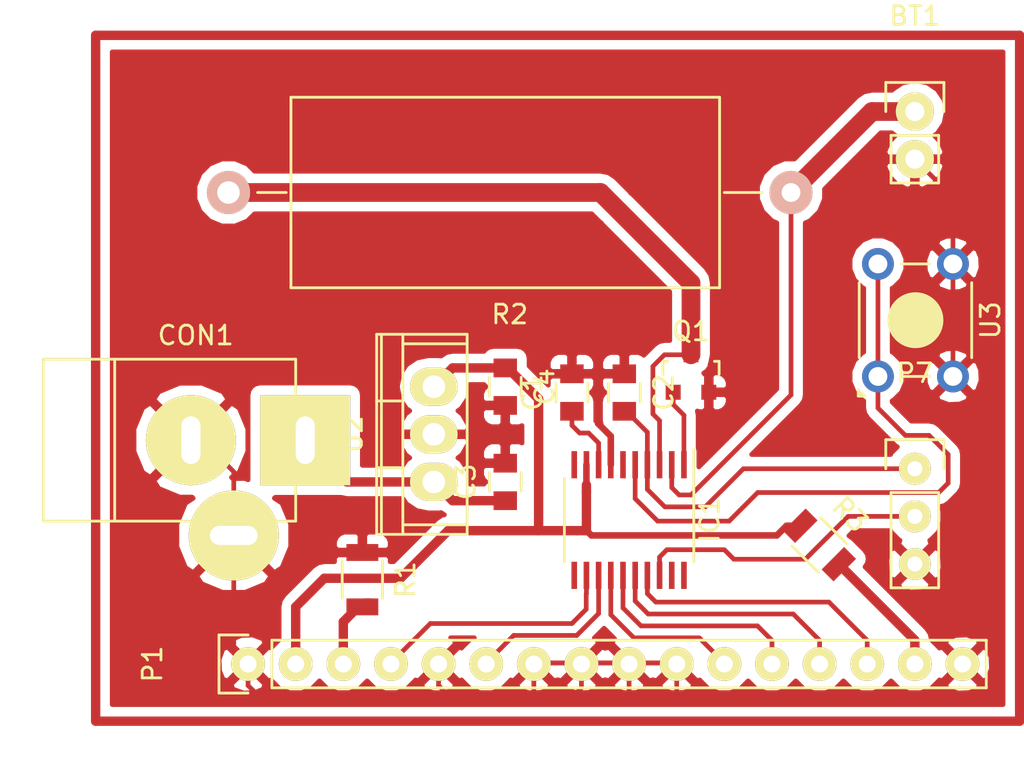
<source format=kicad_pcb>
(kicad_pcb (version 20160815) (host pcbnew no-vcs-found-undefined)

  (general
    (links 45)
    (no_connects 0)
    (area 57.69081 132.0685 127.380001 179.275001)
    (thickness 1.6)
    (drawings 4)
    (tracks 162)
    (zones 0)
    (modules 15)
    (nets 24)
  )

  (page A4)
  (layers
    (0 F.Cu signal)
    (31 B.Cu signal)
    (32 B.Adhes user)
    (33 F.Adhes user)
    (34 B.Paste user)
    (35 F.Paste user)
    (36 B.SilkS user)
    (37 F.SilkS user)
    (38 B.Mask user)
    (39 F.Mask user)
    (40 Dwgs.User user)
    (41 Cmts.User user)
    (42 Eco1.User user)
    (43 Eco2.User user)
    (44 Edge.Cuts user)
    (45 Margin user)
    (46 B.CrtYd user)
    (47 F.CrtYd user)
    (48 B.Fab user)
    (49 F.Fab user)
  )

  (setup
    (last_trace_width 0.25)
    (user_trace_width 0.35)
    (user_trace_width 0.5)
    (user_trace_width 1)
    (trace_clearance 0.25)
    (zone_clearance 0.508)
    (zone_45_only no)
    (trace_min 0.2)
    (segment_width 0.2)
    (edge_width 0.15)
    (via_size 0.8)
    (via_drill 0.4)
    (via_min_size 0.4)
    (via_min_drill 0.3)
    (uvia_size 0.3)
    (uvia_drill 0.1)
    (uvias_allowed no)
    (uvia_min_size 0.2)
    (uvia_min_drill 0.1)
    (pcb_text_width 0.3)
    (pcb_text_size 1.5 1.5)
    (mod_edge_width 0.15)
    (mod_text_size 1 1)
    (mod_text_width 0.15)
    (pad_size 1.8 1.8)
    (pad_drill 0.9)
    (pad_to_mask_clearance 0.2)
    (aux_axis_origin 0 0)
    (visible_elements FFFFFF7F)
    (pcbplotparams
      (layerselection 0x00000_7fffffff)
      (usegerberextensions false)
      (excludeedgelayer true)
      (linewidth 0.100000)
      (plotframeref false)
      (viasonmask false)
      (mode 1)
      (useauxorigin false)
      (hpglpennumber 1)
      (hpglpenspeed 20)
      (hpglpendiameter 15)
      (psnegative true)
      (psa4output false)
      (plotreference true)
      (plotvalue true)
      (plotinvisibletext false)
      (padsonsilk false)
      (subtractmaskfromsilk false)
      (outputformat 4)
      (mirror false)
      (drillshape 1)
      (scaleselection 1)
      (outputdirectory ""))
  )

  (net 0 "")
  (net 1 GND)
  (net 2 ADC1)
  (net 3 "Net-(C1-Pad1)")
  (net 4 NRST)
  (net 5 VCC)
  (net 6 +5V)
  (net 7 D7)
  (net 8 D6)
  (net 9 D5)
  (net 10 D4)
  (net 11 EN)
  (net 12 RS)
  (net 13 ADC2)
  (net 14 SWIM)
  (net 15 "Net-(IC1-Pad10)")
  (net 16 "Net-(IC1-Pad6)")
  (net 17 "Net-(IC1-Pad5)")
  (net 18 NMOS)
  (net 19 "Net-(IC1-Pad11)")
  (net 20 "Net-(IC1-Pad19)")
  (net 21 "Net-(IC1-Pad20)")
  (net 22 "Net-(P1-Pad3)")
  (net 23 "Net-(P1-Pad15)")

  (net_class Default "This is the default net class."
    (clearance 0.25)
    (trace_width 0.25)
    (via_dia 0.8)
    (via_drill 0.4)
    (uvia_dia 0.3)
    (uvia_drill 0.1)
    (diff_pair_gap 0.25)
    (diff_pair_width 0.2)
    (add_net +5V)
    (add_net ADC1)
    (add_net ADC2)
    (add_net D4)
    (add_net D5)
    (add_net D6)
    (add_net D7)
    (add_net EN)
    (add_net GND)
    (add_net NMOS)
    (add_net NRST)
    (add_net "Net-(C1-Pad1)")
    (add_net "Net-(IC1-Pad10)")
    (add_net "Net-(IC1-Pad11)")
    (add_net "Net-(IC1-Pad19)")
    (add_net "Net-(IC1-Pad20)")
    (add_net "Net-(IC1-Pad5)")
    (add_net "Net-(IC1-Pad6)")
    (add_net "Net-(P1-Pad15)")
    (add_net "Net-(P1-Pad3)")
    (add_net RS)
    (add_net SWIM)
    (add_net VCC)
  )

  (module Pin_Headers:Pin_Header_Straight_1x02 (layer F.Cu) (tedit 58086002) (tstamp 580766A2)
    (at 106.68 138.176)
    (descr "Through hole pin header")
    (tags "pin header")
    (path /58075F51)
    (fp_text reference BT1 (at 0 -5.1) (layer F.SilkS)
      (effects (font (size 1 1) (thickness 0.15)))
    )
    (fp_text value Battery (at 0 -3.1) (layer F.Fab)
      (effects (font (size 1 1) (thickness 0.15)))
    )
    (fp_line (start -1.27 3.81) (end 1.27 3.81) (layer F.SilkS) (width 0.15))
    (fp_line (start -1.27 1.27) (end -1.27 3.81) (layer F.SilkS) (width 0.15))
    (fp_line (start -1.55 -1.55) (end 1.55 -1.55) (layer F.SilkS) (width 0.15))
    (fp_line (start -1.55 0) (end -1.55 -1.55) (layer F.SilkS) (width 0.15))
    (fp_line (start 1.27 1.27) (end -1.27 1.27) (layer F.SilkS) (width 0.15))
    (fp_line (start -1.75 4.3) (end 1.75 4.3) (layer F.CrtYd) (width 0.05))
    (fp_line (start -1.75 -1.75) (end 1.75 -1.75) (layer F.CrtYd) (width 0.05))
    (fp_line (start 1.75 -1.75) (end 1.75 4.3) (layer F.CrtYd) (width 0.05))
    (fp_line (start -1.75 -1.75) (end -1.75 4.3) (layer F.CrtYd) (width 0.05))
    (fp_line (start 1.55 -1.55) (end 1.55 0) (layer F.SilkS) (width 0.15))
    (fp_line (start 1.27 1.27) (end 1.27 3.81) (layer F.SilkS) (width 0.15))
    (pad 1 thru_hole oval (at 0 0) (size 2.032 2.032) (drill 1.016) (layers *.Cu *.Mask F.SilkS)
      (net 2 ADC1))
    (pad 2 thru_hole oval (at 0 2.54) (size 2.032 2.032) (drill 1.016) (layers *.Cu *.Mask F.SilkS)
      (net 1 GND))
    (model Pin_Headers.3dshapes/Pin_Header_Straight_1x02.wrl
      (at (xyz 0 -0.05 0))
      (scale (xyz 1 1 1))
      (rotate (xyz 0 0 90))
    )
  )

  (module Capacitors_SMD:C_0805 (layer F.Cu) (tedit 58086002) (tstamp 580766A8)
    (at 88.392 153.162 90)
    (descr "Capacitor SMD 0805, reflow soldering, AVX (see smccp.pdf)")
    (tags "capacitor 0805")
    (path /58074F5A)
    (attr smd)
    (fp_text reference C1 (at 0 -2.1 90) (layer F.SilkS)
      (effects (font (size 1 1) (thickness 0.15)))
    )
    (fp_text value C (at 0 2.1 90) (layer F.Fab)
      (effects (font (size 1 1) (thickness 0.15)))
    )
    (fp_line (start -1.8 -1) (end 1.8 -1) (layer F.CrtYd) (width 0.05))
    (fp_line (start -1.8 1) (end 1.8 1) (layer F.CrtYd) (width 0.05))
    (fp_line (start -1.8 -1) (end -1.8 1) (layer F.CrtYd) (width 0.05))
    (fp_line (start 1.8 -1) (end 1.8 1) (layer F.CrtYd) (width 0.05))
    (fp_line (start 0.5 -0.85) (end -0.5 -0.85) (layer F.SilkS) (width 0.15))
    (fp_line (start -0.5 0.85) (end 0.5 0.85) (layer F.SilkS) (width 0.15))
    (pad 2 smd rect (at 1 0 90) (size 1 1.25) (layers F.Cu F.Paste F.Mask)
      (net 1 GND))
    (pad 1 smd rect (at -1 0 90) (size 1 1.25) (layers F.Cu F.Paste F.Mask)
      (net 3 "Net-(C1-Pad1)"))
    (model Capacitors_SMD.3dshapes/C_0805.wrl
      (at (xyz 0 0 0))
      (scale (xyz 1 1 1))
      (rotate (xyz 0 0 0))
    )
  )

  (module Capacitors_SMD:C_0805 (layer F.Cu) (tedit 58086002) (tstamp 580766AE)
    (at 91.186 153.162 270)
    (descr "Capacitor SMD 0805, reflow soldering, AVX (see smccp.pdf)")
    (tags "capacitor 0805")
    (path /58075032)
    (attr smd)
    (fp_text reference C2 (at 0 -2.1 270) (layer F.SilkS)
      (effects (font (size 1 1) (thickness 0.15)))
    )
    (fp_text value C (at 0 2.1 270) (layer F.Fab)
      (effects (font (size 1 1) (thickness 0.15)))
    )
    (fp_line (start -0.5 0.85) (end 0.5 0.85) (layer F.SilkS) (width 0.15))
    (fp_line (start 0.5 -0.85) (end -0.5 -0.85) (layer F.SilkS) (width 0.15))
    (fp_line (start 1.8 -1) (end 1.8 1) (layer F.CrtYd) (width 0.05))
    (fp_line (start -1.8 -1) (end -1.8 1) (layer F.CrtYd) (width 0.05))
    (fp_line (start -1.8 1) (end 1.8 1) (layer F.CrtYd) (width 0.05))
    (fp_line (start -1.8 -1) (end 1.8 -1) (layer F.CrtYd) (width 0.05))
    (pad 1 smd rect (at -1 0 270) (size 1 1.25) (layers F.Cu F.Paste F.Mask)
      (net 1 GND))
    (pad 2 smd rect (at 1 0 270) (size 1 1.25) (layers F.Cu F.Paste F.Mask)
      (net 4 NRST))
    (model Capacitors_SMD.3dshapes/C_0805.wrl
      (at (xyz 0 0 0))
      (scale (xyz 1 1 1))
      (rotate (xyz 0 0 0))
    )
  )

  (module Capacitors_SMD:C_0805 (layer F.Cu) (tedit 58086002) (tstamp 580766B4)
    (at 84.836 157.929492 90)
    (descr "Capacitor SMD 0805, reflow soldering, AVX (see smccp.pdf)")
    (tags "capacitor 0805")
    (path /58078DFF)
    (attr smd)
    (fp_text reference C3 (at 0 -2.1 90) (layer F.SilkS)
      (effects (font (size 1 1) (thickness 0.15)))
    )
    (fp_text value C (at 0 2.1 90) (layer F.Fab)
      (effects (font (size 1 1) (thickness 0.15)))
    )
    (fp_line (start -0.5 0.85) (end 0.5 0.85) (layer F.SilkS) (width 0.15))
    (fp_line (start 0.5 -0.85) (end -0.5 -0.85) (layer F.SilkS) (width 0.15))
    (fp_line (start 1.8 -1) (end 1.8 1) (layer F.CrtYd) (width 0.05))
    (fp_line (start -1.8 -1) (end -1.8 1) (layer F.CrtYd) (width 0.05))
    (fp_line (start -1.8 1) (end 1.8 1) (layer F.CrtYd) (width 0.05))
    (fp_line (start -1.8 -1) (end 1.8 -1) (layer F.CrtYd) (width 0.05))
    (pad 1 smd rect (at -1 0 90) (size 1 1.25) (layers F.Cu F.Paste F.Mask)
      (net 5 VCC))
    (pad 2 smd rect (at 1 0 90) (size 1 1.25) (layers F.Cu F.Paste F.Mask)
      (net 1 GND))
    (model Capacitors_SMD.3dshapes/C_0805.wrl
      (at (xyz 0 0 0))
      (scale (xyz 1 1 1))
      (rotate (xyz 0 0 0))
    )
  )

  (module Capacitors_SMD:C_0805 (layer F.Cu) (tedit 58086002) (tstamp 580766BA)
    (at 84.836 152.849492 270)
    (descr "Capacitor SMD 0805, reflow soldering, AVX (see smccp.pdf)")
    (tags "capacitor 0805")
    (path /58078E7A)
    (attr smd)
    (fp_text reference C4 (at 0 -2.1 270) (layer F.SilkS)
      (effects (font (size 1 1) (thickness 0.15)))
    )
    (fp_text value C (at 0 2.1 270) (layer F.Fab)
      (effects (font (size 1 1) (thickness 0.15)))
    )
    (fp_line (start -1.8 -1) (end 1.8 -1) (layer F.CrtYd) (width 0.05))
    (fp_line (start -1.8 1) (end 1.8 1) (layer F.CrtYd) (width 0.05))
    (fp_line (start -1.8 -1) (end -1.8 1) (layer F.CrtYd) (width 0.05))
    (fp_line (start 1.8 -1) (end 1.8 1) (layer F.CrtYd) (width 0.05))
    (fp_line (start 0.5 -0.85) (end -0.5 -0.85) (layer F.SilkS) (width 0.15))
    (fp_line (start -0.5 0.85) (end 0.5 0.85) (layer F.SilkS) (width 0.15))
    (pad 2 smd rect (at 1 0 270) (size 1 1.25) (layers F.Cu F.Paste F.Mask)
      (net 1 GND))
    (pad 1 smd rect (at -1 0 270) (size 1 1.25) (layers F.Cu F.Paste F.Mask)
      (net 6 +5V))
    (model Capacitors_SMD.3dshapes/C_0805.wrl
      (at (xyz 0 0 0))
      (scale (xyz 1 1 1))
      (rotate (xyz 0 0 0))
    )
  )

  (module Housings_SSOP:TSSOP-20_4.4x6.5mm_Pitch0.65mm (layer F.Cu) (tedit 5820676B) (tstamp 580766EA)
    (at 91.44 159.961492 270)
    (descr "20-Lead Plastic Thin Shrink Small Outline (ST)-4.4 mm Body [TSSOP] (see Microchip Packaging Specification 00000049BS.pdf)")
    (tags "SSOP 0.65")
    (path /58074F1F)
    (attr smd)
    (fp_text reference IC1 (at 0 -4.3 270) (layer F.SilkS)
      (effects (font (size 1 1) (thickness 0.15)))
    )
    (fp_text value STM8S003F3P (at 0 4.3 270) (layer F.Fab)
      (effects (font (size 1 1) (thickness 0.15)))
    )
    (fp_line (start -3.75 -3.45) (end 2.225 -3.45) (layer F.SilkS) (width 0.15))
    (fp_line (start -2.225 3.45) (end 2.225 3.45) (layer F.SilkS) (width 0.15))
    (fp_line (start -3.95 3.55) (end 3.95 3.55) (layer F.CrtYd) (width 0.05))
    (fp_line (start -3.95 -3.55) (end 3.95 -3.55) (layer F.CrtYd) (width 0.05))
    (fp_line (start 3.95 -3.55) (end 3.95 3.55) (layer F.CrtYd) (width 0.05))
    (fp_line (start -3.95 -3.55) (end -3.95 3.55) (layer F.CrtYd) (width 0.05))
    (fp_line (start -2.2 -3.3) (end 2.2 -3.3) (layer F.Fab) (width 0.15))
    (fp_line (start 2.2 -3.3) (end 2.2 3.3) (layer F.Fab) (width 0.15))
    (fp_line (start 2.2 3.3) (end -2.2 3.3) (layer F.Fab) (width 0.15))
    (fp_line (start -2.2 3.3) (end -2.2 -3.3) (layer F.Fab) (width 0.15))
    (fp_circle (center -1.75 -2.75) (end -2 -2.75) (layer F.Fab) (width 0.15))
    (pad 1 smd rect (at -2.95 -2.925 270) (size 1.45 0.3) (layers F.Cu F.Paste F.Mask)
      (net 18 NMOS))
    (pad 2 smd rect (at -2.95 -2.275 270) (size 1.45 0.3) (layers F.Cu F.Paste F.Mask)
      (net 2 ADC1))
    (pad 3 smd rect (at -2.95 -1.625 270) (size 1.45 0.3) (layers F.Cu F.Paste F.Mask)
      (net 13 ADC2))
    (pad 4 smd rect (at -2.95 -0.975 270) (size 1.45 0.3) (layers F.Cu F.Paste F.Mask)
      (net 4 NRST))
    (pad 5 smd rect (at -2.95 -0.325 270) (size 1.45 0.3) (layers F.Cu F.Paste F.Mask)
      (net 17 "Net-(IC1-Pad5)"))
    (pad 6 smd rect (at -2.95 0.325 270) (size 1.45 0.3) (layers F.Cu F.Paste F.Mask)
      (net 16 "Net-(IC1-Pad6)"))
    (pad 7 smd rect (at -2.95 0.975 270) (size 1.45 0.3) (layers F.Cu F.Paste F.Mask)
      (net 1 GND))
    (pad 8 smd rect (at -2.95 1.625 270) (size 1.45 0.3) (layers F.Cu F.Paste F.Mask)
      (net 3 "Net-(C1-Pad1)"))
    (pad 9 smd rect (at -2.95 2.275 270) (size 1.45 0.3) (layers F.Cu F.Paste F.Mask)
      (net 6 +5V))
    (pad 10 smd rect (at -2.95 2.925 270) (size 1.45 0.3) (layers F.Cu F.Paste F.Mask)
      (net 15 "Net-(IC1-Pad10)"))
    (pad 11 smd rect (at 2.95 2.925 270) (size 1.45 0.3) (layers F.Cu F.Paste F.Mask)
      (net 19 "Net-(IC1-Pad11)"))
    (pad 12 smd rect (at 2.95 2.275 270) (size 1.45 0.3) (layers F.Cu F.Paste F.Mask)
      (net 12 RS))
    (pad 13 smd rect (at 2.95 1.625 270) (size 1.45 0.3) (layers F.Cu F.Paste F.Mask)
      (net 11 EN))
    (pad 14 smd rect (at 2.95 0.975 270) (size 1.45 0.3) (layers F.Cu F.Paste F.Mask)
      (net 10 D4))
    (pad 15 smd rect (at 2.95 0.325 270) (size 1.45 0.3) (layers F.Cu F.Paste F.Mask)
      (net 9 D5))
    (pad 16 smd rect (at 2.95 -0.325 270) (size 1.45 0.3) (layers F.Cu F.Paste F.Mask)
      (net 8 D6))
    (pad 17 smd rect (at 2.95 -0.975 270) (size 1.45 0.3) (layers F.Cu F.Paste F.Mask)
      (net 7 D7))
    (pad 18 smd rect (at 2.95 -1.625 270) (size 1.45 0.3) (layers F.Cu F.Paste F.Mask)
      (net 14 SWIM))
    (pad 19 smd rect (at 2.95 -2.275 270) (size 1.45 0.3) (layers F.Cu F.Paste F.Mask)
      (net 20 "Net-(IC1-Pad19)"))
    (pad 20 smd rect (at 2.95 -2.925 270) (size 1.45 0.3) (layers F.Cu F.Paste F.Mask)
      (net 21 "Net-(IC1-Pad20)"))
    (model Housings_SSOP.3dshapes/TSSOP-20_4.4x6.5mm_Pitch0.65mm.wrl
      (at (xyz 0 0 0))
      (scale (xyz 1 1 1))
      (rotate (xyz 0 0 0))
    )
  )

  (module Pin_Headers:Pin_Header_Straight_1x03 (layer F.Cu) (tedit 58086002) (tstamp 5807670F)
    (at 106.68 157.226)
    (descr "Through hole pin header")
    (tags "pin header")
    (path /58076C8C)
    (fp_text reference P7 (at 0 -5.1) (layer F.SilkS)
      (effects (font (size 1 1) (thickness 0.15)))
    )
    (fp_text value CONN_01X03 (at 0 -3.1) (layer F.Fab)
      (effects (font (size 1 1) (thickness 0.15)))
    )
    (fp_line (start -1.55 -1.55) (end 1.55 -1.55) (layer F.SilkS) (width 0.15))
    (fp_line (start -1.55 0) (end -1.55 -1.55) (layer F.SilkS) (width 0.15))
    (fp_line (start 1.27 1.27) (end -1.27 1.27) (layer F.SilkS) (width 0.15))
    (fp_line (start 1.55 -1.55) (end 1.55 0) (layer F.SilkS) (width 0.15))
    (fp_line (start 1.27 6.35) (end 1.27 1.27) (layer F.SilkS) (width 0.15))
    (fp_line (start -1.27 6.35) (end 1.27 6.35) (layer F.SilkS) (width 0.15))
    (fp_line (start -1.27 1.27) (end -1.27 6.35) (layer F.SilkS) (width 0.15))
    (fp_line (start -1.75 6.85) (end 1.75 6.85) (layer F.CrtYd) (width 0.05))
    (fp_line (start -1.75 -1.75) (end 1.75 -1.75) (layer F.CrtYd) (width 0.05))
    (fp_line (start 1.75 -1.75) (end 1.75 6.85) (layer F.CrtYd) (width 0.05))
    (fp_line (start -1.75 -1.75) (end -1.75 6.85) (layer F.CrtYd) (width 0.05))
    (pad 1 thru_hole circle (at 0 0) (size 1.7 1.7) (drill 0.8) (layers *.Cu *.Mask F.SilkS)
      (net 4 NRST))
    (pad 2 thru_hole circle (at 0 2.54) (size 1.7 1.7) (drill 0.8) (layers *.Cu *.Mask F.SilkS)
      (net 14 SWIM))
    (pad 3 thru_hole circle (at 0 5.08) (size 1.7 1.7) (drill 0.8) (layers *.Cu *.Mask F.SilkS)
      (net 1 GND))
    (model Pin_Headers.3dshapes/Pin_Header_Straight_1x03.wrl
      (at (xyz 0 -0.1 0))
      (scale (xyz 1 1 1))
      (rotate (xyz 0 0 90))
    )
  )

  (module TO_SOT_Packages_SMD:SOT-23 (layer F.Cu) (tedit 58086002) (tstamp 58076716)
    (at 94.742 152.146)
    (descr "SOT-23, Standard")
    (tags SOT-23)
    (path /58075D17)
    (attr smd)
    (fp_text reference Q1 (at 0 -2.25) (layer F.SilkS)
      (effects (font (size 1 1) (thickness 0.15)))
    )
    (fp_text value Q_NMOS_GSD (at 0 2.3) (layer F.Fab)
      (effects (font (size 1 1) (thickness 0.15)))
    )
    (fp_line (start 1.49982 -0.65024) (end 1.49982 0.0508) (layer F.SilkS) (width 0.15))
    (fp_line (start 1.29916 -0.65024) (end 1.49982 -0.65024) (layer F.SilkS) (width 0.15))
    (fp_line (start -1.49982 -0.65024) (end -1.2509 -0.65024) (layer F.SilkS) (width 0.15))
    (fp_line (start -1.49982 0.0508) (end -1.49982 -0.65024) (layer F.SilkS) (width 0.15))
    (fp_line (start 1.29916 -0.65024) (end 1.2509 -0.65024) (layer F.SilkS) (width 0.15))
    (fp_line (start -1.65 1.6) (end -1.65 -1.6) (layer F.CrtYd) (width 0.05))
    (fp_line (start 1.65 1.6) (end -1.65 1.6) (layer F.CrtYd) (width 0.05))
    (fp_line (start 1.65 -1.6) (end 1.65 1.6) (layer F.CrtYd) (width 0.05))
    (fp_line (start -1.65 -1.6) (end 1.65 -1.6) (layer F.CrtYd) (width 0.05))
    (pad 1 smd rect (at -0.95 1.00076) (size 0.8001 0.8001) (layers F.Cu F.Paste F.Mask)
      (net 18 NMOS))
    (pad 2 smd rect (at 0.95 1.00076) (size 0.8001 0.8001) (layers F.Cu F.Paste F.Mask)
      (net 1 GND))
    (pad 3 smd rect (at 0 -0.99822) (size 0.8001 0.8001) (layers F.Cu F.Paste F.Mask)
      (net 13 ADC2))
    (model TO_SOT_Packages_SMD.3dshapes/SOT-23.wrl
      (at (xyz 0 0 0))
      (scale (xyz 1 1 1))
      (rotate (xyz 0 0 0))
    )
  )

  (module Resistors_SMD:R_1206 (layer F.Cu) (tedit 58086002) (tstamp 5807671C)
    (at 77.216 163.142 270)
    (descr "Resistor SMD 1206, reflow soldering, Vishay (see dcrcw.pdf)")
    (tags "resistor 1206")
    (path /580750AD)
    (attr smd)
    (fp_text reference R1 (at 0 -2.3 270) (layer F.SilkS)
      (effects (font (size 1 1) (thickness 0.15)))
    )
    (fp_text value R (at 0 2.3 270) (layer F.Fab)
      (effects (font (size 1 1) (thickness 0.15)))
    )
    (fp_line (start -1 -1.075) (end 1 -1.075) (layer F.SilkS) (width 0.15))
    (fp_line (start 1 1.075) (end -1 1.075) (layer F.SilkS) (width 0.15))
    (fp_line (start 2.2 -1.2) (end 2.2 1.2) (layer F.CrtYd) (width 0.05))
    (fp_line (start -2.2 -1.2) (end -2.2 1.2) (layer F.CrtYd) (width 0.05))
    (fp_line (start -2.2 1.2) (end 2.2 1.2) (layer F.CrtYd) (width 0.05))
    (fp_line (start -2.2 -1.2) (end 2.2 -1.2) (layer F.CrtYd) (width 0.05))
    (pad 1 smd rect (at -1.45 0 270) (size 0.9 1.7) (layers F.Cu F.Paste F.Mask)
      (net 1 GND))
    (pad 2 smd rect (at 1.45 0 270) (size 0.9 1.7) (layers F.Cu F.Paste F.Mask)
      (net 22 "Net-(P1-Pad3)"))
    (model Resistors_SMD.3dshapes/R_1206.wrl
      (at (xyz 0 0 0))
      (scale (xyz 1 1 1))
      (rotate (xyz 0 0 0))
    )
  )

  (module Resistors_ThroughHole:Resistor_Horizontal_RM30mm (layer F.Cu) (tedit 58086002) (tstamp 58076722)
    (at 100.076 142.494 180)
    (descr "Resistor, Axial, RM 30mm,")
    (tags "Resistor Axial RM 30mm")
    (path /58075ED1)
    (fp_text reference R2 (at 15 -6.49986 180) (layer F.SilkS)
      (effects (font (size 1 1) (thickness 0.15)))
    )
    (fp_text value R (at 15 8.49884 180) (layer F.Fab)
      (effects (font (size 1 1) (thickness 0.15)))
    )
    (fp_line (start 3.80876 5.08) (end 3.80876 -5.08) (layer F.SilkS) (width 0.15))
    (fp_line (start 26.66876 5.08) (end 3.80876 5.08) (layer F.SilkS) (width 0.15))
    (fp_line (start 26.66876 -5.08) (end 26.66876 5.08) (layer F.SilkS) (width 0.15))
    (fp_line (start 3.80876 -5.08) (end 26.66876 -5.08) (layer F.SilkS) (width 0.15))
    (fp_line (start 26.92276 0) (end 28.44676 0) (layer F.SilkS) (width 0.15))
    (fp_line (start 3.55476 0) (end 1.52276 0) (layer F.SilkS) (width 0.15))
    (fp_line (start 31.4 5.35) (end -1.4 5.35) (layer F.CrtYd) (width 0.05))
    (fp_line (start 31.4 -5.35) (end 31.4 5.35) (layer F.CrtYd) (width 0.05))
    (fp_line (start -1.4 -5.35) (end 31.4 -5.35) (layer F.CrtYd) (width 0.05))
    (fp_line (start -1.4 5.35) (end -1.4 -5.35) (layer F.CrtYd) (width 0.05))
    (pad 1 thru_hole circle (at 0 0 180) (size 2.30124 2.30124) (drill 1.00076) (layers *.Cu *.SilkS *.Mask)
      (net 2 ADC1))
    (pad 2 thru_hole circle (at 30 0 180) (size 2.30124 2.30124) (drill 1.19888) (layers *.Cu *.SilkS *.Mask)
      (net 13 ADC2))
  )

  (module Resistors_SMD:R_1206 (layer F.Cu) (tedit 58086002) (tstamp 58076728)
    (at 101.6 161.29 315)
    (descr "Resistor SMD 1206, reflow soldering, Vishay (see dcrcw.pdf)")
    (tags "resistor 1206")
    (path /58075155)
    (attr smd)
    (fp_text reference R3 (at 0 -2.3 315) (layer F.SilkS)
      (effects (font (size 1 1) (thickness 0.15)))
    )
    (fp_text value R (at 0 2.3 315) (layer F.Fab)
      (effects (font (size 1 1) (thickness 0.15)))
    )
    (fp_line (start -2.2 -1.2) (end 2.2 -1.2) (layer F.CrtYd) (width 0.05))
    (fp_line (start -2.2 1.2) (end 2.2 1.2) (layer F.CrtYd) (width 0.05))
    (fp_line (start -2.2 -1.2) (end -2.2 1.2) (layer F.CrtYd) (width 0.05))
    (fp_line (start 2.2 -1.2) (end 2.2 1.2) (layer F.CrtYd) (width 0.05))
    (fp_line (start 1 1.075) (end -1 1.075) (layer F.SilkS) (width 0.15))
    (fp_line (start -1 -1.075) (end 1 -1.075) (layer F.SilkS) (width 0.15))
    (pad 2 smd rect (at 1.45 0 315) (size 0.9 1.7) (layers F.Cu F.Paste F.Mask)
      (net 23 "Net-(P1-Pad15)"))
    (pad 1 smd rect (at -1.45 0 315) (size 0.9 1.7) (layers F.Cu F.Paste F.Mask)
      (net 6 +5V))
    (model Resistors_SMD.3dshapes/R_1206.wrl
      (at (xyz 0 0 0))
      (scale (xyz 1 1 1))
      (rotate (xyz 0 0 0))
    )
  )

  (module Power_Integrations:TO-220 (layer F.Cu) (tedit 58086002) (tstamp 58076737)
    (at 81.026 155.389492 90)
    (descr "Non Isolated JEDEC TO-220 Package")
    (tags "Power Integration YN Package")
    (path /58078D01)
    (fp_text reference U2 (at 0 -4.318 90) (layer F.SilkS)
      (effects (font (size 1 1) (thickness 0.15)))
    )
    (fp_text value LM7805CT (at 0 -4.318 90) (layer F.Fab)
      (effects (font (size 1 1) (thickness 0.15)))
    )
    (fp_line (start 5.334 -3.048) (end -5.334 -3.048) (layer F.SilkS) (width 0.15))
    (fp_line (start 5.334 -3.048) (end 5.334 1.778) (layer F.SilkS) (width 0.15))
    (fp_line (start -5.334 -3.048) (end -5.334 1.778) (layer F.SilkS) (width 0.15))
    (fp_line (start 5.334 1.778) (end -5.334 1.778) (layer F.SilkS) (width 0.15))
    (fp_line (start -5.334 -1.651) (end 5.334 -1.651) (layer F.SilkS) (width 0.15))
    (fp_line (start -1.778 -1.778) (end -1.778 -3.048) (layer F.SilkS) (width 0.15))
    (fp_line (start 1.778 -1.778) (end 1.778 -3.048) (layer F.SilkS) (width 0.15))
    (fp_line (start 5.334 -2.794) (end -5.334 -2.794) (layer F.SilkS) (width 0.15))
    (fp_line (start -4.826 -1.651) (end -4.826 1.778) (layer F.SilkS) (width 0.15))
    (fp_line (start 4.826 -1.651) (end 4.826 1.778) (layer F.SilkS) (width 0.15))
    (pad 2 thru_hole oval (at 0 0 90) (size 2.032 2.54) (drill 1.2) (layers *.Cu *.Mask F.SilkS)
      (net 1 GND))
    (pad 3 thru_hole oval (at 2.54 0 90) (size 2.032 2.54) (drill 1.2) (layers *.Cu *.Mask F.SilkS)
      (net 6 +5V))
    (pad 1 thru_hole oval (at -2.54 0 90) (size 2.032 2.54) (drill 1.2) (layers *.Cu *.Mask F.SilkS)
      (net 5 VCC))
  )

  (module Buttons_Switches_ThroughHole:SW_TH_Tactile_Omron_B3F-10xx (layer F.Cu) (tedit 58086002) (tstamp 5807673F)
    (at 104.712 152.304 90)
    (descr SW_TH_Tactile_Omron_B3F-10xx)
    (tags "Omron B3F-10xx")
    (path /580756E9)
    (fp_text reference U3 (at 3 6 90) (layer F.SilkS)
      (effects (font (size 1 1) (thickness 0.15)))
    )
    (fp_text value Push_Button_4pin (at 2.95 -2.05 90) (layer F.Fab)
      (effects (font (size 1 1) (thickness 0.15)))
    )
    (fp_circle (center 3 2) (end 4 3) (layer F.SilkS) (width 0))
    (fp_line (start 6 2) (end 6 2) (layer F.SilkS) (width 0))
    (fp_line (start 5 -1) (end 1 -1) (layer F.SilkS) (width 0))
    (fp_line (start 5 5) (end 1 5) (layer F.SilkS) (width 0))
    (fp_line (start 0 2) (end 0 2) (layer F.SilkS) (width 0))
    (fp_line (start 6 1.25) (end 6 2.75) (layer F.SilkS) (width 0.15))
    (fp_line (start 0 2.75) (end 0 1.25) (layer F.SilkS) (width 0.15))
    (fp_line (start 1 -1) (end 5 -1) (layer F.SilkS) (width 0.15))
    (fp_line (start 1 5) (end 5 5) (layer F.SilkS) (width 0.15))
    (fp_circle (center 3 2) (end 4 3) (layer F.SilkS) (width 0.15))
    (fp_line (start -1.15 0) (end -1.15 -1.15) (layer F.CrtYd) (width 0.05))
    (fp_line (start -1.15 -1.15) (end 0.45 -1.15) (layer F.CrtYd) (width 0.05))
    (fp_line (start -1.15 0) (end -1.15 5.15) (layer F.CrtYd) (width 0.05))
    (fp_line (start -1.15 5.15) (end 7.15 5.15) (layer F.CrtYd) (width 0.05))
    (fp_line (start 7.15 5.15) (end 7.15 -1.15) (layer F.CrtYd) (width 0.05))
    (fp_line (start 7.15 -1.15) (end 0.45 -1.15) (layer F.CrtYd) (width 0.05))
    (fp_line (start -1.05 -1.05) (end -1.05 -0.7) (layer F.SilkS) (width 0.15))
    (fp_arc (start 0 0) (end -1.05 -0.7) (angle 22.61986495) (layer F.SilkS) (width 0.15))
    (fp_line (start -1.05 -1.05) (end -0.7 -1.05) (layer F.SilkS) (width 0.15))
    (fp_line (start -0.95 -1) (end -0.95 -0.9) (layer F.SilkS) (width 0.15))
    (pad 4 thru_hole circle (at 6 4 90) (size 1.7 1.7) (drill 1) (layers *.Cu *.Mask)
      (net 1 GND))
    (pad 3 thru_hole circle (at 0 4 90) (size 1.7 1.7) (drill 1) (layers *.Cu *.Mask)
      (net 1 GND))
    (pad 2 thru_hole circle (at 6 0 90) (size 1.7 1.7) (drill 1) (layers *.Cu *.Mask)
      (net 17 "Net-(IC1-Pad5)"))
    (pad 1 thru_hole circle (at 0 0 90) (size 1.7 1.7) (drill 1) (layers *.Cu *.Mask)
      (net 17 "Net-(IC1-Pad5)"))
  )

  (module Connect:JACK_ALIM (layer F.Cu) (tedit 58086002) (tstamp 580768E4)
    (at 68.072 155.702)
    (descr "module 1 pin (ou trou mecanique de percage)")
    (tags "CONN JACK")
    (path /58077DDA)
    (fp_text reference CON1 (at 0.254 -5.588) (layer F.SilkS)
      (effects (font (size 1 1) (thickness 0.15)))
    )
    (fp_text value BARREL_JACK (at -5.08 5.588) (layer F.Fab)
      (effects (font (size 1 1) (thickness 0.15)))
    )
    (fp_line (start -7.112 -4.318) (end 5.588 -4.318) (layer F.SilkS) (width 0.15))
    (fp_line (start -7.112 4.318) (end 5.588 4.318) (layer F.SilkS) (width 0.15))
    (fp_line (start 5.588 -4.318) (end 5.588 4.318) (layer F.SilkS) (width 0.15))
    (fp_line (start -4.064 -4.318) (end -4.064 4.318) (layer F.SilkS) (width 0.15))
    (fp_line (start -7.874 4.318) (end -7.112 4.318) (layer F.SilkS) (width 0.15))
    (fp_line (start -7.874 -4.318) (end -7.874 4.318) (layer F.SilkS) (width 0.15))
    (fp_line (start -7.112 -4.318) (end -7.874 -4.318) (layer F.SilkS) (width 0.15))
    (pad 3 thru_hole circle (at 2.286 5.08) (size 4.8006 4.8006) (drill oval 2.54 1.016) (layers *.Cu *.Mask F.SilkS)
      (net 1 GND))
    (pad 1 thru_hole rect (at 6.096 0) (size 4.8006 4.8006) (drill oval 1.016 2.54) (layers *.Cu *.Mask F.SilkS)
      (net 5 VCC))
    (pad 2 thru_hole circle (at 0 0) (size 4.8006 4.8006) (drill oval 1.016 2.54) (layers *.Cu *.Mask F.SilkS)
      (net 1 GND))
    (model Connect.3dshapes/JACK_ALIM.wrl
      (at (xyz 0 0 0))
      (scale (xyz 0.8 0.8 0.8))
      (rotate (xyz 0 0 0))
    )
  )

  (module Pin_Headers:Pin_Header_Straight_1x16 (layer F.Cu) (tedit 58206F7B) (tstamp 58207021)
    (at 71.12 167.64 90)
    (descr "Through hole pin header")
    (tags "pin header")
    (path /58206FFF)
    (fp_text reference P1 (at 0 -5.1 90) (layer F.SilkS)
      (effects (font (size 1 1) (thickness 0.15)))
    )
    (fp_text value CONN_01X16 (at 0 -3.1 90) (layer F.Fab)
      (effects (font (size 1 1) (thickness 0.15)))
    )
    (fp_line (start -1.55 -1.55) (end 1.55 -1.55) (layer F.SilkS) (width 0.15))
    (fp_line (start -1.55 0) (end -1.55 -1.55) (layer F.SilkS) (width 0.15))
    (fp_line (start 1.27 1.27) (end -1.27 1.27) (layer F.SilkS) (width 0.15))
    (fp_line (start 1.55 -1.55) (end 1.55 0) (layer F.SilkS) (width 0.15))
    (fp_line (start 1.27 39.37) (end 1.27 1.27) (layer F.SilkS) (width 0.15))
    (fp_line (start -1.27 39.37) (end 1.27 39.37) (layer F.SilkS) (width 0.15))
    (fp_line (start -1.27 1.27) (end -1.27 39.37) (layer F.SilkS) (width 0.15))
    (fp_line (start -1.75 39.85) (end 1.75 39.85) (layer F.CrtYd) (width 0.05))
    (fp_line (start -1.75 -1.75) (end 1.75 -1.75) (layer F.CrtYd) (width 0.05))
    (fp_line (start 1.75 -1.75) (end 1.75 39.85) (layer F.CrtYd) (width 0.05))
    (fp_line (start -1.75 -1.75) (end -1.75 39.85) (layer F.CrtYd) (width 0.05))
    (pad 1 thru_hole circle (at 0 0 90) (size 1.8 1.8) (drill 0.9) (layers *.Cu *.Mask F.SilkS)
      (net 1 GND))
    (pad 2 thru_hole circle (at 0 2.54 90) (size 1.8 1.8) (drill 0.9) (layers *.Cu *.Mask F.SilkS)
      (net 6 +5V))
    (pad 3 thru_hole circle (at 0 5.08 90) (size 1.8 1.8) (drill 0.9) (layers *.Cu *.Mask F.SilkS)
      (net 22 "Net-(P1-Pad3)"))
    (pad 4 thru_hole circle (at 0 7.62 90) (size 1.8 1.8) (drill 0.9) (layers *.Cu *.Mask F.SilkS)
      (net 12 RS))
    (pad 5 thru_hole circle (at 0 10.16 90) (size 1.8 1.8) (drill 0.9) (layers *.Cu *.Mask F.SilkS)
      (net 1 GND))
    (pad 6 thru_hole circle (at 0 12.7 90) (size 1.8 1.8) (drill 0.9) (layers *.Cu *.Mask F.SilkS)
      (net 11 EN))
    (pad 7 thru_hole circle (at 0 15.24 90) (size 1.8 1.8) (drill 0.9) (layers *.Cu *.Mask F.SilkS)
      (net 1 GND))
    (pad 8 thru_hole circle (at 0 17.78 90) (size 1.8 1.8) (drill 0.9) (layers *.Cu *.Mask F.SilkS)
      (net 1 GND))
    (pad 9 thru_hole circle (at 0 20.32 90) (size 1.8 1.8) (drill 0.9) (layers *.Cu *.Mask F.SilkS)
      (net 1 GND))
    (pad 10 thru_hole circle (at 0 22.86 90) (size 1.8 1.8) (drill 0.9) (layers *.Cu *.Mask F.SilkS)
      (net 1 GND))
    (pad 11 thru_hole circle (at 0 25.4 90) (size 1.8 1.8) (drill 0.9) (layers *.Cu *.Mask F.SilkS)
      (net 10 D4))
    (pad 12 thru_hole circle (at 0 27.94 90) (size 1.8 1.8) (drill 0.9) (layers *.Cu *.Mask F.SilkS)
      (net 9 D5))
    (pad 13 thru_hole circle (at 0 30.48 90) (size 1.8 1.8) (drill 0.9) (layers *.Cu *.Mask F.SilkS)
      (net 8 D6))
    (pad 14 thru_hole circle (at 0 33.02 90) (size 1.8 1.8) (drill 0.9) (layers *.Cu *.Mask F.SilkS)
      (net 7 D7))
    (pad 15 thru_hole circle (at 0 35.56 90) (size 1.8 1.8) (drill 0.9) (layers *.Cu *.Mask F.SilkS)
      (net 23 "Net-(P1-Pad15)"))
    (pad 16 thru_hole circle (at 0 38.1 90) (size 1.8 1.8) (drill 0.9) (layers *.Cu *.Mask F.SilkS)
      (net 1 GND))
    (model Pin_Headers.3dshapes/Pin_Header_Straight_1x16.wrl
      (at (xyz 0 -0.75 0))
      (scale (xyz 1 1 1))
      (rotate (xyz 0 0 90))
    )
  )

  (gr_line (start 111.76 170.18) (end 63.5 170.18) (layer Eco2.User) (width 0.2))
  (gr_line (start 111.76 134.62) (end 111.76 170.18) (layer Eco2.User) (width 0.2))
  (gr_line (start 63.5 134.62) (end 111.76 134.62) (layer Eco2.User) (width 0.2))
  (gr_line (start 63.5 170.18) (end 63.5 134.62) (layer Eco2.User) (width 0.2))

  (segment (start 62.992 170.688) (end 112.268 170.688) (width 0.5) (layer F.Cu) (net 0))
  (segment (start 62.992 134.112) (end 62.992 170.688) (width 0.5) (layer F.Cu) (net 0) (tstamp 58206E25))
  (segment (start 112.268 134.112) (end 62.992 134.112) (width 0.5) (layer F.Cu) (net 0) (tstamp 58206E23))
  (segment (start 112.268 146.304) (end 112.268 134.112) (width 0.5) (layer F.Cu) (net 0) (tstamp 58206E18))
  (segment (start 112.268 170.688) (end 112.268 146.304) (width 0.5) (layer F.Cu) (net 0) (tstamp 58206E15))
  (segment (start 89.789 153.924) (end 89.789 152.4) (width 0.25) (layer F.Cu) (net 1))
  (segment (start 89.789 154.813) (end 89.789 153.924) (width 0.35) (layer F.Cu) (net 1))
  (segment (start 90.465 155.489) (end 89.789 154.813) (width 0.35) (layer F.Cu) (net 1))
  (segment (start 90.465 157.011492) (end 90.465 155.489) (width 0.35) (layer F.Cu) (net 1))
  (segment (start 89.789 152.4) (end 90.027 152.162) (width 0.25) (layer F.Cu) (net 1))
  (segment (start 90.027 152.162) (end 91.186 152.162) (width 0.25) (layer F.Cu) (net 1))
  (segment (start 70.358 160.782) (end 70.358 157.387464) (width 0.25) (layer F.Cu) (net 1) (status 10))
  (segment (start 70.358 157.387464) (end 68.672536 155.702) (width 0.25) (layer F.Cu) (net 1) (status 20))
  (segment (start 68.672536 155.702) (end 68.072 155.702) (width 0.25) (layer F.Cu) (net 1) (status 30))
  (segment (start 84.836 156.929492) (end 84.836 155.448) (width 0.25) (layer F.Cu) (net 1) (status 10))
  (segment (start 84.836 155.448) (end 84.836 153.849492) (width 0.25) (layer F.Cu) (net 1) (status 20))
  (segment (start 81.026 155.389492) (end 84.777492 155.389492) (width 0.25) (layer F.Cu) (net 1) (status 10))
  (segment (start 84.777492 155.389492) (end 84.836 155.448) (width 0.25) (layer F.Cu) (net 1))
  (segment (start 81.660427 169.164) (end 82.296 169.164) (width 0.25) (layer F.Cu) (net 1))
  (segment (start 82.296 169.164) (end 86.36 169.164) (width 0.25) (layer F.Cu) (net 1))
  (segment (start 71.12 167.581492) (end 71.12 168.783573) (width 0.25) (layer F.Cu) (net 1) (status 10))
  (segment (start 71.12 168.783573) (end 71.500427 169.164) (width 0.25) (layer F.Cu) (net 1))
  (segment (start 71.500427 169.164) (end 82.296 169.164) (width 0.25) (layer F.Cu) (net 1))
  (segment (start 93.98 167.581492) (end 86.36 167.581492) (width 0.25) (layer F.Cu) (net 1) (status 30))
  (segment (start 86.36 169.164) (end 88.646 169.164) (width 0.25) (layer F.Cu) (net 1))
  (segment (start 86.36 167.581492) (end 86.36 169.164) (width 0.25) (layer F.Cu) (net 1) (status 10))
  (segment (start 88.646 169.164) (end 91.44 169.164) (width 0.25) (layer F.Cu) (net 1))
  (segment (start 88.9 168.91) (end 88.646 169.164) (width 0.25) (layer F.Cu) (net 1))
  (segment (start 88.9 167.581492) (end 88.9 168.91) (width 0.25) (layer F.Cu) (net 1) (status 10))
  (segment (start 91.44 169.164) (end 93.98 169.164) (width 0.25) (layer F.Cu) (net 1))
  (segment (start 91.44 167.581492) (end 91.44 169.164) (width 0.25) (layer F.Cu) (net 1) (status 10))
  (segment (start 93.98 169.164) (end 107.637492 169.164) (width 0.25) (layer F.Cu) (net 1))
  (segment (start 93.98 167.581492) (end 93.98 169.164) (width 0.25) (layer F.Cu) (net 1) (status 10))
  (segment (start 107.637492 169.164) (end 109.22 167.581492) (width 0.25) (layer F.Cu) (net 1) (status 20))
  (segment (start 81.28 167.581492) (end 81.28 168.783573) (width 0.25) (layer F.Cu) (net 1) (status 10))
  (segment (start 81.28 168.783573) (end 81.660427 169.164) (width 0.25) (layer F.Cu) (net 1))
  (segment (start 70.358 160.782) (end 70.358 166.819492) (width 0.25) (layer F.Cu) (net 1) (status 10))
  (segment (start 70.358 166.819492) (end 71.12 167.581492) (width 0.25) (layer F.Cu) (net 1) (status 20))
  (segment (start 108.712 146.304) (end 108.712 142.748) (width 0.25) (layer F.Cu) (net 1) (status 10))
  (segment (start 108.712 142.748) (end 106.68 140.716) (width 0.25) (layer F.Cu) (net 1) (status 20))
  (segment (start 108.712 146.304) (end 108.712 152.304) (width 0.25) (layer F.Cu) (net 1) (status 30))
  (segment (start 109.22 152.812) (end 108.712 152.304) (width 0.25) (layer F.Cu) (net 1) (status 30))
  (segment (start 84.836 153.849492) (end 84.836 155.389492) (width 0.25) (layer F.Cu) (net 1) (status 10))
  (segment (start 84.836 155.389492) (end 84.836 156.929492) (width 0.25) (layer F.Cu) (net 1) (status 20))
  (segment (start 81.026 155.389492) (end 84.836 155.389492) (width 0.25) (layer F.Cu) (net 1) (status 10))
  (segment (start 86.36 167.581492) (end 88.9 167.581492) (width 0.25) (layer F.Cu) (net 1) (status 30))
  (segment (start 91.44 167.581492) (end 88.9 167.581492) (width 0.25) (layer F.Cu) (net 1) (status 30))
  (segment (start 93.98 167.581492) (end 91.44 167.581492) (width 0.25) (layer F.Cu) (net 1) (status 30))
  (segment (start 100.076 142.494) (end 100.076 153.289) (width 0.25) (layer F.Cu) (net 2) (status 10))
  (segment (start 94.742 158.623) (end 94.107 158.623) (width 0.25) (layer F.Cu) (net 2))
  (segment (start 100.076 153.289) (end 94.742 158.623) (width 0.25) (layer F.Cu) (net 2))
  (segment (start 94.107 158.623) (end 93.715 158.231) (width 0.25) (layer F.Cu) (net 2))
  (segment (start 93.715 158.231) (end 93.715 157.011492) (width 0.25) (layer F.Cu) (net 2) (status 20))
  (segment (start 106.68 138.176) (end 104.394 138.176) (width 1) (layer F.Cu) (net 2) (status 10))
  (segment (start 104.394 138.176) (end 100.076 142.494) (width 1) (layer F.Cu) (net 2) (status 20))
  (segment (start 88.801 155.321) (end 89.281 155.321) (width 0.25) (layer F.Cu) (net 3))
  (segment (start 89.281 155.321) (end 89.815 155.855) (width 0.25) (layer F.Cu) (net 3))
  (segment (start 88.392 154.162) (end 88.392 154.912) (width 0.25) (layer F.Cu) (net 3))
  (segment (start 88.392 154.912) (end 88.801 155.321) (width 0.25) (layer F.Cu) (net 3))
  (segment (start 89.815 157.011492) (end 89.815 155.855) (width 0.25) (layer F.Cu) (net 3))
  (segment (start 92.415 157.011492) (end 92.415 158.328) (width 0.25) (layer F.Cu) (net 4))
  (segment (start 92.415 158.328) (end 93.345 159.258) (width 0.25) (layer F.Cu) (net 4))
  (segment (start 93.345 159.258) (end 95.504 159.258) (width 0.25) (layer F.Cu) (net 4))
  (segment (start 95.504 159.258) (end 97.536 157.226) (width 0.25) (layer F.Cu) (net 4))
  (segment (start 97.536 157.226) (end 106.68 157.226) (width 0.25) (layer F.Cu) (net 4))
  (segment (start 91.297 154.162) (end 92.415 155.28) (width 0.25) (layer F.Cu) (net 4))
  (segment (start 92.415 155.28) (end 92.415 157.011492) (width 0.25) (layer F.Cu) (net 4))
  (segment (start 91.186 154.162) (end 91.297 154.162) (width 0.25) (layer F.Cu) (net 4))
  (segment (start 84.836 158.929492) (end 82.026 158.929492) (width 0.5) (layer F.Cu) (net 5) (status 10))
  (segment (start 82.026 158.929492) (end 81.026 157.929492) (width 0.5) (layer F.Cu) (net 5) (status 20))
  (segment (start 81.026 157.929492) (end 76.395492 157.929492) (width 0.5) (layer F.Cu) (net 5) (status 30))
  (segment (start 76.395492 157.929492) (end 74.168 155.702) (width 0.5) (layer F.Cu) (net 5) (status 30))
  (segment (start 89.165 158.086492) (end 89.165 158.496) (width 0.5) (layer F.Cu) (net 6))
  (segment (start 89.165 158.496) (end 89.165 160.517) (width 0.5) (layer F.Cu) (net 6))
  (segment (start 89.165 157.011492) (end 89.165 158.496) (width 0.35) (layer F.Cu) (net 6))
  (segment (start 88.646 160.528) (end 89.154 160.528) (width 0.5) (layer F.Cu) (net 6))
  (segment (start 89.154 160.528) (end 89.165 160.517) (width 0.5) (layer F.Cu) (net 6))
  (segment (start 99.320994 160.782) (end 89.43 160.782) (width 0.35) (layer F.Cu) (net 6))
  (segment (start 89.43 160.782) (end 89.165 160.517) (width 0.35) (layer F.Cu) (net 6))
  (segment (start 100.574695 160.264695) (end 99.838299 160.264695) (width 0.35) (layer F.Cu) (net 6) (status 10))
  (segment (start 99.838299 160.264695) (end 99.320994 160.782) (width 0.35) (layer F.Cu) (net 6))
  (segment (start 86.614 160.528) (end 88.646 160.528) (width 0.25) (layer F.Cu) (net 6))
  (segment (start 81.788 160.528) (end 88.646 160.528) (width 0.5) (layer F.Cu) (net 6))
  (segment (start 79.248 163.068) (end 81.788 160.528) (width 0.5) (layer F.Cu) (net 6))
  (segment (start 75.184 163.068) (end 79.248 163.068) (width 0.5) (layer F.Cu) (net 6))
  (segment (start 73.66 167.581492) (end 73.66 164.592) (width 0.5) (layer F.Cu) (net 6) (status 10))
  (segment (start 73.66 164.592) (end 75.184 163.068) (width 0.5) (layer F.Cu) (net 6))
  (segment (start 84.836 151.849492) (end 84.961 151.849492) (width 0.5) (layer F.Cu) (net 6) (status 30))
  (segment (start 84.961 151.849492) (end 86.614 153.502492) (width 0.5) (layer F.Cu) (net 6) (status 10))
  (segment (start 86.614 153.502492) (end 86.614 160.528) (width 0.5) (layer F.Cu) (net 6))
  (segment (start 84.836 151.849492) (end 82.026 151.849492) (width 0.5) (layer F.Cu) (net 6) (status 10))
  (segment (start 82.026 151.849492) (end 81.026 152.849492) (width 0.5) (layer F.Cu) (net 6) (status 20))
  (segment (start 81.788 160.528) (end 86.614 160.528) (width 0.25) (layer F.Cu) (net 6))
  (segment (start 89.165 157.011492) (end 89.165 158.086492) (width 0.25) (layer F.Cu) (net 6) (status 10))
  (segment (start 102.098589 164.338) (end 92.866508 164.338) (width 0.25) (layer F.Cu) (net 7))
  (segment (start 92.866508 164.338) (end 92.415 163.886492) (width 0.25) (layer F.Cu) (net 7))
  (segment (start 92.415 163.886492) (end 92.415 162.911492) (width 0.25) (layer F.Cu) (net 7) (status 20))
  (segment (start 104.14 167.581492) (end 104.14 166.379411) (width 0.25) (layer F.Cu) (net 7) (status 10))
  (segment (start 104.14 166.379411) (end 102.098589 164.338) (width 0.25) (layer F.Cu) (net 7))
  (segment (start 92.456 164.973) (end 91.765 164.282) (width 0.25) (layer F.Cu) (net 8))
  (segment (start 91.765 164.282) (end 91.765 162.911492) (width 0.25) (layer F.Cu) (net 8) (status 20))
  (segment (start 100.193589 164.973) (end 92.456 164.973) (width 0.25) (layer F.Cu) (net 8))
  (segment (start 101.6 167.581492) (end 101.6 166.379411) (width 0.25) (layer F.Cu) (net 8) (status 10))
  (segment (start 101.6 166.379411) (end 100.193589 164.973) (width 0.25) (layer F.Cu) (net 8))
  (segment (start 99.06 167.581492) (end 99.06 166.379411) (width 0.25) (layer F.Cu) (net 9) (status 10))
  (segment (start 99.06 166.379411) (end 98.288589 165.608) (width 0.25) (layer F.Cu) (net 9))
  (segment (start 98.288589 165.608) (end 92.075 165.608) (width 0.25) (layer F.Cu) (net 9))
  (segment (start 92.075 165.608) (end 91.115 164.648) (width 0.25) (layer F.Cu) (net 9))
  (segment (start 91.115 164.648) (end 91.115 162.911492) (width 0.25) (layer F.Cu) (net 9) (status 20))
  (segment (start 91.694 166.243) (end 90.465 165.014) (width 0.25) (layer F.Cu) (net 10))
  (segment (start 90.465 165.014) (end 90.465 162.911492) (width 0.25) (layer F.Cu) (net 10) (status 20))
  (segment (start 95.181508 166.243) (end 91.694 166.243) (width 0.25) (layer F.Cu) (net 10))
  (segment (start 96.52 167.581492) (end 95.181508 166.243) (width 0.25) (layer F.Cu) (net 10) (status 10))
  (segment (start 88.646 166.116) (end 85.285492 166.116) (width 0.25) (layer F.Cu) (net 11))
  (segment (start 85.285492 166.116) (end 83.82 167.581492) (width 0.25) (layer F.Cu) (net 11) (status 20))
  (segment (start 89.815 164.947) (end 88.646 166.116) (width 0.25) (layer F.Cu) (net 11))
  (segment (start 89.815 162.911492) (end 89.815 164.947) (width 0.25) (layer F.Cu) (net 11) (status 10))
  (segment (start 88.392 165.481) (end 80.840492 165.481) (width 0.25) (layer F.Cu) (net 12))
  (segment (start 80.840492 165.481) (end 78.74 167.581492) (width 0.25) (layer F.Cu) (net 12) (status 20))
  (segment (start 89.154 164.719) (end 88.392 165.481) (width 0.25) (layer F.Cu) (net 12))
  (segment (start 89.154 163.897492) (end 89.154 164.719) (width 0.25) (layer F.Cu) (net 12))
  (segment (start 89.165 162.911492) (end 89.165 163.886492) (width 0.25) (layer F.Cu) (net 12) (status 10))
  (segment (start 89.165 163.886492) (end 89.154 163.897492) (width 0.25) (layer F.Cu) (net 12))
  (segment (start 92.71 154.305) (end 93.065 154.66) (width 0.25) (layer F.Cu) (net 13))
  (segment (start 93.065 154.66) (end 93.065 157.011492) (width 0.25) (layer F.Cu) (net 13) (status 20))
  (segment (start 92.71 151.765) (end 92.71 154.305) (width 0.25) (layer F.Cu) (net 13))
  (segment (start 93.32722 151.14778) (end 92.71 151.765) (width 0.25) (layer F.Cu) (net 13))
  (segment (start 94.742 151.14778) (end 93.32722 151.14778) (width 0.25) (layer F.Cu) (net 13) (status 10))
  (segment (start 94.742 147.32) (end 94.742 151.14778) (width 1) (layer F.Cu) (net 13) (status 20))
  (segment (start 90.678 143.256) (end 90.805 143.383) (width 0.25) (layer F.Cu) (net 13))
  (segment (start 90.805 143.383) (end 94.742 147.32) (width 1) (layer F.Cu) (net 13))
  (segment (start 70.076 142.494) (end 89.916 142.494) (width 1) (layer F.Cu) (net 13) (status 10))
  (segment (start 89.916 142.494) (end 90.678 143.256) (width 1) (layer F.Cu) (net 13))
  (segment (start 96.52 161.544) (end 97.028 162.052) (width 0.25) (layer F.Cu) (net 14))
  (segment (start 93.457492 161.544) (end 96.52 161.544) (width 0.25) (layer F.Cu) (net 14))
  (segment (start 93.065 162.911492) (end 93.065 161.936492) (width 0.25) (layer F.Cu) (net 14) (status 10))
  (segment (start 93.065 161.936492) (end 93.457492 161.544) (width 0.25) (layer F.Cu) (net 14))
  (segment (start 103.124 159.766) (end 106.68 159.766) (width 0.25) (layer F.Cu) (net 14) (status 20))
  (segment (start 97.028 162.052) (end 100.838 162.052) (width 0.25) (layer F.Cu) (net 14))
  (segment (start 100.838 162.052) (end 103.124 159.766) (width 0.25) (layer F.Cu) (net 14))
  (segment (start 91.765 158.821) (end 92.964 160.02) (width 0.25) (layer F.Cu) (net 17))
  (segment (start 104.712 153.988) (end 106.172 155.448) (width 0.25) (layer F.Cu) (net 17))
  (segment (start 108.458 157.988) (end 107.95 158.496) (width 0.25) (layer F.Cu) (net 17))
  (segment (start 104.712 152.304) (end 104.712 153.988) (width 0.25) (layer F.Cu) (net 17) (status 10))
  (segment (start 106.172 155.448) (end 107.442 155.448) (width 0.25) (layer F.Cu) (net 17))
  (segment (start 107.442 155.448) (end 108.458 156.464) (width 0.25) (layer F.Cu) (net 17))
  (segment (start 108.458 156.464) (end 108.458 157.988) (width 0.25) (layer F.Cu) (net 17))
  (segment (start 107.95 158.496) (end 98.298 158.496) (width 0.25) (layer F.Cu) (net 17))
  (segment (start 98.298 158.496) (end 96.774 160.02) (width 0.25) (layer F.Cu) (net 17))
  (segment (start 96.774 160.02) (end 92.964 160.02) (width 0.25) (layer F.Cu) (net 17))
  (segment (start 91.765 157.011492) (end 91.765 158.821) (width 0.25) (layer F.Cu) (net 17) (status 10))
  (segment (start 104.712 146.304) (end 104.712 152.304) (width 0.25) (layer F.Cu) (net 17) (status 30))
  (segment (start 93.792 153.14676) (end 93.792 153.79681) (width 0.25) (layer F.Cu) (net 18) (status 10))
  (segment (start 93.792 153.79681) (end 94.365 154.36981) (width 0.25) (layer F.Cu) (net 18))
  (segment (start 94.365 154.36981) (end 94.365 157.011492) (width 0.25) (layer F.Cu) (net 18) (status 20))
  (segment (start 76.2 167.581492) (end 76.2 165.388) (width 0.5) (layer F.Cu) (net 22) (status 10))
  (segment (start 77.216 164.592) (end 76.996 164.592) (width 0.5) (layer F.Cu) (net 22) (status 30))
  (segment (start 76.996 164.592) (end 76.2 165.388) (width 0.5) (layer F.Cu) (net 22) (status 10))
  (segment (start 76.2 165.388) (end 77.324 164.264) (width 0.25) (layer F.Cu) (net 22) (status 20))
  (segment (start 77.324 164.264) (end 77.724 164.264) (width 0.25) (layer F.Cu) (net 22) (status 30))
  (segment (start 102.625305 162.315305) (end 106.68 166.37) (width 0.5) (layer F.Cu) (net 23) (status 10))
  (segment (start 106.68 166.37) (end 106.68 167.581492) (width 0.5) (layer F.Cu) (net 23) (status 20))

  (zone (net 1) (net_name GND) (layer F.Cu) (tstamp 0) (hatch edge 0.508)
    (connect_pads (clearance 0.508))
    (min_thickness 0.254)
    (fill yes (arc_segments 16) (thermal_gap 0.508) (thermal_bridge_width 0.508))
    (polygon
      (pts
        (xy 63.5 134.62) (xy 111.76 134.62) (xy 111.76 170.18) (xy 63.5 170.18)
      )
    )
    (filled_polygon
      (pts
        (xy 111.383 169.803) (xy 63.877 169.803) (xy 63.877 168.720159) (xy 70.219446 168.720159) (xy 70.305852 168.976643)
        (xy 70.879336 169.186458) (xy 71.48946 169.160839) (xy 71.934148 168.976643) (xy 72.020554 168.720159) (xy 71.12 167.819605)
        (xy 70.219446 168.720159) (xy 63.877 168.720159) (xy 63.877 167.399336) (xy 69.573542 167.399336) (xy 69.599161 168.00946)
        (xy 69.783357 168.454148) (xy 70.039841 168.540554) (xy 70.940395 167.64) (xy 70.039841 166.739446) (xy 69.783357 166.825852)
        (xy 69.573542 167.399336) (xy 63.877 167.399336) (xy 63.877 166.559841) (xy 70.219446 166.559841) (xy 71.12 167.460395)
        (xy 72.020554 166.559841) (xy 71.934148 166.303357) (xy 71.360664 166.093542) (xy 70.75054 166.119161) (xy 70.305852 166.303357)
        (xy 70.219446 166.559841) (xy 63.877 166.559841) (xy 63.877 162.945936) (xy 68.37367 162.945936) (xy 68.643221 163.358257)
        (xy 69.759642 163.818369) (xy 70.967157 163.816221) (xy 72.072779 163.358257) (xy 72.34233 162.945936) (xy 70.358 160.961605)
        (xy 68.37367 162.945936) (xy 63.877 162.945936) (xy 63.877 157.865936) (xy 66.08767 157.865936) (xy 66.357221 158.278257)
        (xy 67.473642 158.738369) (xy 68.133587 158.737195) (xy 68.194063 158.797671) (xy 67.781743 159.067221) (xy 67.321631 160.183642)
        (xy 67.323779 161.391157) (xy 67.781743 162.496779) (xy 68.194064 162.76633) (xy 70.178395 160.782) (xy 70.164252 160.767858)
        (xy 70.343858 160.588252) (xy 70.358 160.602395) (xy 70.372142 160.588252) (xy 70.551748 160.767858) (xy 70.537605 160.782)
        (xy 72.521936 162.76633) (xy 72.934257 162.496779) (xy 73.394369 161.380358) (xy 73.393899 161.115691) (xy 75.731 161.115691)
        (xy 75.731 161.40625) (xy 75.88975 161.565) (xy 77.089 161.565) (xy 77.089 160.76575) (xy 77.343 160.76575)
        (xy 77.343 161.565) (xy 78.54225 161.565) (xy 78.701 161.40625) (xy 78.701 161.115691) (xy 78.604327 160.882302)
        (xy 78.425699 160.703673) (xy 78.19231 160.607) (xy 77.50175 160.607) (xy 77.343 160.76575) (xy 77.089 160.76575)
        (xy 76.93025 160.607) (xy 76.23969 160.607) (xy 76.006301 160.703673) (xy 75.827673 160.882302) (xy 75.731 161.115691)
        (xy 73.393899 161.115691) (xy 73.392221 160.172843) (xy 72.934257 159.067221) (xy 72.521937 158.797671) (xy 72.569868 158.74974)
        (xy 76.069963 158.74974) (xy 76.395492 158.814492) (xy 79.37853 158.814492) (xy 79.567246 159.096925) (xy 80.102869 159.454817)
        (xy 80.734679 159.580492) (xy 81.317321 159.580492) (xy 81.410269 159.562003) (xy 81.53149 159.643) (xy 81.590334 159.682318)
        (xy 81.449325 159.710367) (xy 81.16221 159.90221) (xy 81.162208 159.902213) (xy 78.88142 162.183) (xy 78.701 162.183)
        (xy 78.701 161.97775) (xy 78.54225 161.819) (xy 77.343 161.819) (xy 77.343 161.839) (xy 77.089 161.839)
        (xy 77.089 161.819) (xy 75.88975 161.819) (xy 75.731 161.97775) (xy 75.731 162.183) (xy 75.184 162.183)
        (xy 74.845325 162.250367) (xy 74.55821 162.44221) (xy 74.558208 162.442213) (xy 73.03421 163.96621) (xy 72.842367 164.253325)
        (xy 72.842367 164.253326) (xy 72.774999 164.592) (xy 72.775 164.592005) (xy 72.775 166.354532) (xy 72.359449 166.769357)
        (xy 72.350797 166.790194) (xy 72.200159 166.739446) (xy 71.299605 167.64) (xy 72.200159 168.540554) (xy 72.350327 168.489965)
        (xy 72.357932 168.508371) (xy 72.789357 168.940551) (xy 73.35333 169.174733) (xy 73.963991 169.175265) (xy 74.528371 168.942068)
        (xy 74.930323 168.540818) (xy 75.329357 168.940551) (xy 75.89333 169.174733) (xy 76.503991 169.175265) (xy 77.068371 168.942068)
        (xy 77.470323 168.540818) (xy 77.869357 168.940551) (xy 78.43333 169.174733) (xy 79.043991 169.175265) (xy 79.608371 168.942068)
        (xy 79.830668 168.720159) (xy 80.379446 168.720159) (xy 80.465852 168.976643) (xy 81.039336 169.186458) (xy 81.64946 169.160839)
        (xy 82.094148 168.976643) (xy 82.180554 168.720159) (xy 81.28 167.819605) (xy 80.379446 168.720159) (xy 79.830668 168.720159)
        (xy 80.040551 168.510643) (xy 80.049203 168.489806) (xy 80.199841 168.540554) (xy 81.100395 167.64) (xy 81.086253 167.625858)
        (xy 81.265858 167.446253) (xy 81.28 167.460395) (xy 82.180554 166.559841) (xy 82.094148 166.303357) (xy 81.923709 166.241)
        (xy 83.186222 166.241) (xy 82.951629 166.337932) (xy 82.519449 166.769357) (xy 82.510797 166.790194) (xy 82.360159 166.739446)
        (xy 81.459605 167.64) (xy 82.360159 168.540554) (xy 82.510327 168.489965) (xy 82.517932 168.508371) (xy 82.949357 168.940551)
        (xy 83.51333 169.174733) (xy 84.123991 169.175265) (xy 84.688371 168.942068) (xy 84.910668 168.720159) (xy 85.459446 168.720159)
        (xy 85.545852 168.976643) (xy 86.119336 169.186458) (xy 86.72946 169.160839) (xy 87.174148 168.976643) (xy 87.260554 168.720159)
        (xy 87.999446 168.720159) (xy 88.085852 168.976643) (xy 88.659336 169.186458) (xy 89.26946 169.160839) (xy 89.714148 168.976643)
        (xy 89.800554 168.720159) (xy 90.539446 168.720159) (xy 90.625852 168.976643) (xy 91.199336 169.186458) (xy 91.80946 169.160839)
        (xy 92.254148 168.976643) (xy 92.340554 168.720159) (xy 93.079446 168.720159) (xy 93.165852 168.976643) (xy 93.739336 169.186458)
        (xy 94.34946 169.160839) (xy 94.794148 168.976643) (xy 94.880554 168.720159) (xy 93.98 167.819605) (xy 93.079446 168.720159)
        (xy 92.340554 168.720159) (xy 91.44 167.819605) (xy 90.539446 168.720159) (xy 89.800554 168.720159) (xy 88.9 167.819605)
        (xy 87.999446 168.720159) (xy 87.260554 168.720159) (xy 86.36 167.819605) (xy 85.459446 168.720159) (xy 84.910668 168.720159)
        (xy 85.120551 168.510643) (xy 85.129203 168.489806) (xy 85.279841 168.540554) (xy 86.180395 167.64) (xy 86.166253 167.625858)
        (xy 86.345858 167.446253) (xy 86.36 167.460395) (xy 86.374143 167.446253) (xy 86.553748 167.625858) (xy 86.539605 167.64)
        (xy 87.440159 168.540554) (xy 87.63 168.476599) (xy 87.819841 168.540554) (xy 88.720395 167.64) (xy 89.079605 167.64)
        (xy 89.980159 168.540554) (xy 90.17 168.476599) (xy 90.359841 168.540554) (xy 91.260395 167.64) (xy 90.359841 166.739446)
        (xy 90.17 166.803401) (xy 89.980159 166.739446) (xy 89.079605 167.64) (xy 88.720395 167.64) (xy 88.706253 167.625858)
        (xy 88.885858 167.446253) (xy 88.9 167.460395) (xy 89.800554 166.559841) (xy 89.714148 166.303357) (xy 89.581848 166.254954)
        (xy 90.1065 165.730302) (xy 90.663826 166.287628) (xy 90.625852 166.303357) (xy 90.539446 166.559841) (xy 91.44 167.460395)
        (xy 91.454143 167.446253) (xy 91.633748 167.625858) (xy 91.619605 167.64) (xy 92.520159 168.540554) (xy 92.71 168.476599)
        (xy 92.899841 168.540554) (xy 93.800395 167.64) (xy 93.786253 167.625858) (xy 93.965858 167.446253) (xy 93.98 167.460395)
        (xy 93.994143 167.446253) (xy 94.173748 167.625858) (xy 94.159605 167.64) (xy 95.060159 168.540554) (xy 95.210327 168.489965)
        (xy 95.217932 168.508371) (xy 95.649357 168.940551) (xy 96.21333 169.174733) (xy 96.823991 169.175265) (xy 97.388371 168.942068)
        (xy 97.790323 168.540818) (xy 98.189357 168.940551) (xy 98.75333 169.174733) (xy 99.363991 169.175265) (xy 99.928371 168.942068)
        (xy 100.330323 168.540818) (xy 100.729357 168.940551) (xy 101.29333 169.174733) (xy 101.903991 169.175265) (xy 102.468371 168.942068)
        (xy 102.870323 168.540818) (xy 103.269357 168.940551) (xy 103.83333 169.174733) (xy 104.443991 169.175265) (xy 105.008371 168.942068)
        (xy 105.410323 168.540818) (xy 105.809357 168.940551) (xy 106.37333 169.174733) (xy 106.983991 169.175265) (xy 107.548371 168.942068)
        (xy 107.770668 168.720159) (xy 108.319446 168.720159) (xy 108.405852 168.976643) (xy 108.979336 169.186458) (xy 109.58946 169.160839)
        (xy 110.034148 168.976643) (xy 110.120554 168.720159) (xy 109.22 167.819605) (xy 108.319446 168.720159) (xy 107.770668 168.720159)
        (xy 107.980551 168.510643) (xy 107.989203 168.489806) (xy 108.139841 168.540554) (xy 109.040395 167.64) (xy 109.399605 167.64)
        (xy 110.300159 168.540554) (xy 110.556643 168.454148) (xy 110.766458 167.880664) (xy 110.740839 167.27054) (xy 110.556643 166.825852)
        (xy 110.300159 166.739446) (xy 109.399605 167.64) (xy 109.040395 167.64) (xy 108.139841 166.739446) (xy 107.989673 166.790035)
        (xy 107.982068 166.771629) (xy 107.770651 166.559841) (xy 108.319446 166.559841) (xy 109.22 167.460395) (xy 110.120554 166.559841)
        (xy 110.034148 166.303357) (xy 109.460664 166.093542) (xy 108.85054 166.119161) (xy 108.405852 166.303357) (xy 108.319446 166.559841)
        (xy 107.770651 166.559841) (xy 107.560985 166.349809) (xy 107.497633 166.031326) (xy 107.497633 166.031325) (xy 107.30579 165.74421)
        (xy 107.305787 165.744208) (xy 104.911538 163.349958) (xy 105.815647 163.349958) (xy 105.89592 163.601259) (xy 106.451279 163.802718)
        (xy 107.041458 163.776315) (xy 107.46408 163.601259) (xy 107.544353 163.349958) (xy 106.68 162.485605) (xy 105.815647 163.349958)
        (xy 104.911538 163.349958) (xy 104.022179 162.460599) (xy 104.142701 162.280227) (xy 104.183069 162.077279) (xy 105.183282 162.077279)
        (xy 105.209685 162.667458) (xy 105.384741 163.09008) (xy 105.636042 163.170353) (xy 106.500395 162.306) (xy 106.859605 162.306)
        (xy 107.723958 163.170353) (xy 107.975259 163.09008) (xy 108.176718 162.534721) (xy 108.150315 161.944542) (xy 107.975259 161.52192)
        (xy 107.723958 161.441647) (xy 106.859605 162.306) (xy 106.500395 162.306) (xy 105.636042 161.441647) (xy 105.384741 161.52192)
        (xy 105.183282 162.077279) (xy 104.183069 162.077279) (xy 104.191984 162.032462) (xy 104.142701 161.784697) (xy 104.002353 161.574653)
        (xy 103.365957 160.938257) (xy 103.162495 160.802307) (xy 103.438802 160.526) (xy 105.387253 160.526) (xy 105.420344 160.606086)
        (xy 105.837717 161.024188) (xy 105.885312 161.043951) (xy 105.815647 161.262042) (xy 106.68 162.126395) (xy 107.544353 161.262042)
        (xy 107.474819 161.04436) (xy 107.520086 161.025656) (xy 107.938188 160.608283) (xy 108.164742 160.062681) (xy 108.165257 159.471911)
        (xy 108.066472 159.232832) (xy 108.240839 159.198148) (xy 108.487401 159.033401) (xy 108.995401 158.525401) (xy 109.124519 158.332161)
        (xy 109.160148 158.278839) (xy 109.218 157.988) (xy 109.218 156.464) (xy 109.160148 156.173161) (xy 108.995401 155.926599)
        (xy 107.979401 154.910599) (xy 107.732839 154.745852) (xy 107.442 154.688) (xy 106.486802 154.688) (xy 105.472 153.673198)
        (xy 105.472 153.596747) (xy 105.552086 153.563656) (xy 105.76816 153.347958) (xy 107.847647 153.347958) (xy 107.92792 153.599259)
        (xy 108.483279 153.800718) (xy 109.073458 153.774315) (xy 109.49608 153.599259) (xy 109.576353 153.347958) (xy 108.712 152.483605)
        (xy 107.847647 153.347958) (xy 105.76816 153.347958) (xy 105.970188 153.146283) (xy 106.196742 152.600681) (xy 106.1972 152.075279)
        (xy 107.215282 152.075279) (xy 107.241685 152.665458) (xy 107.416741 153.08808) (xy 107.668042 153.168353) (xy 108.532395 152.304)
        (xy 108.891605 152.304) (xy 109.755958 153.168353) (xy 110.007259 153.08808) (xy 110.208718 152.532721) (xy 110.182315 151.942542)
        (xy 110.007259 151.51992) (xy 109.755958 151.439647) (xy 108.891605 152.304) (xy 108.532395 152.304) (xy 107.668042 151.439647)
        (xy 107.416741 151.51992) (xy 107.215282 152.075279) (xy 106.1972 152.075279) (xy 106.197257 152.009911) (xy 105.971656 151.463914)
        (xy 105.76814 151.260042) (xy 107.847647 151.260042) (xy 108.712 152.124395) (xy 109.576353 151.260042) (xy 109.49608 151.008741)
        (xy 108.940721 150.807282) (xy 108.350542 150.833685) (xy 107.92792 151.008741) (xy 107.847647 151.260042) (xy 105.76814 151.260042)
        (xy 105.554283 151.045812) (xy 105.472 151.011645) (xy 105.472 147.596747) (xy 105.552086 147.563656) (xy 105.76816 147.347958)
        (xy 107.847647 147.347958) (xy 107.92792 147.599259) (xy 108.483279 147.800718) (xy 109.073458 147.774315) (xy 109.49608 147.599259)
        (xy 109.576353 147.347958) (xy 108.712 146.483605) (xy 107.847647 147.347958) (xy 105.76816 147.347958) (xy 105.970188 147.146283)
        (xy 106.196742 146.600681) (xy 106.1972 146.075279) (xy 107.215282 146.075279) (xy 107.241685 146.665458) (xy 107.416741 147.08808)
        (xy 107.668042 147.168353) (xy 108.532395 146.304) (xy 108.891605 146.304) (xy 109.755958 147.168353) (xy 110.007259 147.08808)
        (xy 110.208718 146.532721) (xy 110.182315 145.942542) (xy 110.007259 145.51992) (xy 109.755958 145.439647) (xy 108.891605 146.304)
        (xy 108.532395 146.304) (xy 107.668042 145.439647) (xy 107.416741 145.51992) (xy 107.215282 146.075279) (xy 106.1972 146.075279)
        (xy 106.197257 146.009911) (xy 105.971656 145.463914) (xy 105.76814 145.260042) (xy 107.847647 145.260042) (xy 108.712 146.124395)
        (xy 109.576353 145.260042) (xy 109.49608 145.008741) (xy 108.940721 144.807282) (xy 108.350542 144.833685) (xy 107.92792 145.008741)
        (xy 107.847647 145.260042) (xy 105.76814 145.260042) (xy 105.554283 145.045812) (xy 105.008681 144.819258) (xy 104.417911 144.818743)
        (xy 103.871914 145.044344) (xy 103.453812 145.461717) (xy 103.227258 146.007319) (xy 103.226743 146.598089) (xy 103.452344 147.144086)
        (xy 103.869717 147.562188) (xy 103.952 147.596355) (xy 103.952 151.011253) (xy 103.871914 151.044344) (xy 103.453812 151.461717)
        (xy 103.227258 152.007319) (xy 103.226743 152.598089) (xy 103.452344 153.144086) (xy 103.869717 153.562188) (xy 103.952 153.596355)
        (xy 103.952 153.988) (xy 104.009852 154.278839) (xy 104.174599 154.525401) (xy 105.634599 155.985401) (xy 105.746155 156.05994)
        (xy 105.421812 156.383717) (xy 105.387645 156.466) (xy 97.973802 156.466) (xy 100.613401 153.826401) (xy 100.778148 153.579839)
        (xy 100.836 153.289) (xy 100.836 144.112017) (xy 101.086151 144.008657) (xy 101.588892 143.506793) (xy 101.861309 142.85074)
        (xy 101.861778 142.313354) (xy 103.076188 141.098944) (xy 105.074025 141.098944) (xy 105.273615 141.580818) (xy 105.711621 142.053188)
        (xy 106.297054 142.321983) (xy 106.553 142.203367) (xy 106.553 140.843) (xy 106.807 140.843) (xy 106.807 142.203367)
        (xy 107.062946 142.321983) (xy 107.648379 142.053188) (xy 108.086385 141.580818) (xy 108.285975 141.098944) (xy 108.166836 140.843)
        (xy 106.807 140.843) (xy 106.553 140.843) (xy 105.193164 140.843) (xy 105.074025 141.098944) (xy 103.076188 141.098944)
        (xy 104.864132 139.311) (xy 105.458551 139.311) (xy 105.480222 139.343433) (xy 105.643354 139.452435) (xy 105.273615 139.851182)
        (xy 105.074025 140.333056) (xy 105.193164 140.589) (xy 106.553 140.589) (xy 106.553 140.569) (xy 106.807 140.569)
        (xy 106.807 140.589) (xy 108.166836 140.589) (xy 108.285975 140.333056) (xy 108.086385 139.851182) (xy 107.716646 139.452435)
        (xy 107.879778 139.343433) (xy 108.23767 138.80781) (xy 108.363345 138.176) (xy 108.23767 137.54419) (xy 107.879778 137.008567)
        (xy 107.344155 136.650675) (xy 106.712345 136.525) (xy 106.647655 136.525) (xy 106.015845 136.650675) (xy 105.480222 137.008567)
        (xy 105.458551 137.041) (xy 104.394 137.041) (xy 103.959654 137.127397) (xy 103.591434 137.373434) (xy 100.256331 140.708537)
        (xy 99.722377 140.708071) (xy 99.065849 140.979343) (xy 98.563108 141.481207) (xy 98.290691 142.13726) (xy 98.290071 142.847623)
        (xy 98.561343 143.504151) (xy 99.063207 144.006892) (xy 99.316 144.111861) (xy 99.316 152.974198) (xy 95.16244 157.127758)
        (xy 95.16244 156.286492) (xy 95.125 156.098266) (xy 95.125 154.36981) (xy 95.080597 154.146584) (xy 95.165641 154.18181)
        (xy 95.40625 154.18181) (xy 95.565 154.02306) (xy 95.565 153.27376) (xy 95.819 153.27376) (xy 95.819 154.02306)
        (xy 95.97775 154.18181) (xy 96.218359 154.18181) (xy 96.451748 154.085137) (xy 96.630377 153.906509) (xy 96.72705 153.67312)
        (xy 96.72705 153.43251) (xy 96.5683 153.27376) (xy 95.819 153.27376) (xy 95.565 153.27376) (xy 95.545 153.27376)
        (xy 95.545 153.01976) (xy 95.565 153.01976) (xy 95.565 152.27046) (xy 95.819 152.27046) (xy 95.819 153.01976)
        (xy 96.5683 153.01976) (xy 96.72705 152.86101) (xy 96.72705 152.6204) (xy 96.630377 152.387011) (xy 96.451748 152.208383)
        (xy 96.218359 152.11171) (xy 95.97775 152.11171) (xy 95.819 152.27046) (xy 95.565 152.27046) (xy 95.420215 152.125675)
        (xy 95.599859 152.005639) (xy 95.740207 151.795595) (xy 95.779305 151.599035) (xy 95.790603 151.582126) (xy 95.877 151.14778)
        (xy 95.877 147.32) (xy 95.790603 146.885654) (xy 95.544566 146.517434) (xy 91.607566 142.580434) (xy 91.531435 142.529565)
        (xy 91.480566 142.453434) (xy 90.718566 141.691434) (xy 90.350346 141.445397) (xy 89.916 141.359) (xy 71.466026 141.359)
        (xy 71.088793 140.981108) (xy 70.43274 140.708691) (xy 69.722377 140.708071) (xy 69.065849 140.979343) (xy 68.563108 141.481207)
        (xy 68.290691 142.13726) (xy 68.290071 142.847623) (xy 68.561343 143.504151) (xy 69.063207 144.006892) (xy 69.71926 144.279309)
        (xy 70.429623 144.279929) (xy 71.086151 144.008657) (xy 71.466471 143.629) (xy 89.445868 143.629) (xy 89.875434 144.058566)
        (xy 89.951565 144.109435) (xy 90.002434 144.185566) (xy 93.607 147.790132) (xy 93.607 150.38778) (xy 93.32722 150.38778)
        (xy 93.036381 150.445632) (xy 92.789819 150.610379) (xy 92.223612 151.176586) (xy 92.170699 151.123673) (xy 91.93731 151.027)
        (xy 91.47175 151.027) (xy 91.313 151.18575) (xy 91.313 152.035) (xy 91.333 152.035) (xy 91.333 152.289)
        (xy 91.313 152.289) (xy 91.313 152.309) (xy 91.059 152.309) (xy 91.059 152.289) (xy 90.08475 152.289)
        (xy 89.926 152.44775) (xy 89.926 152.788309) (xy 90.022673 153.021698) (xy 90.16432 153.163346) (xy 90.103191 153.204191)
        (xy 89.962843 153.414235) (xy 89.91356 153.662) (xy 89.91356 154.662) (xy 89.962843 154.909765) (xy 89.999646 154.964844)
        (xy 89.818401 154.783599) (xy 89.661152 154.678529) (xy 89.66444 154.662) (xy 89.66444 153.662) (xy 89.615157 153.414235)
        (xy 89.474809 153.204191) (xy 89.41368 153.163346) (xy 89.555327 153.021698) (xy 89.652 152.788309) (xy 89.652 152.44775)
        (xy 89.49325 152.289) (xy 88.519 152.289) (xy 88.519 152.309) (xy 88.265 152.309) (xy 88.265 152.289)
        (xy 87.29075 152.289) (xy 87.132 152.44775) (xy 87.132 152.768913) (xy 86.10844 151.745352) (xy 86.10844 151.535691)
        (xy 87.132 151.535691) (xy 87.132 151.87625) (xy 87.29075 152.035) (xy 88.265 152.035) (xy 88.265 151.18575)
        (xy 88.519 151.18575) (xy 88.519 152.035) (xy 89.49325 152.035) (xy 89.652 151.87625) (xy 89.652 151.535691)
        (xy 89.926 151.535691) (xy 89.926 151.87625) (xy 90.08475 152.035) (xy 91.059 152.035) (xy 91.059 151.18575)
        (xy 90.90025 151.027) (xy 90.43469 151.027) (xy 90.201301 151.123673) (xy 90.022673 151.302302) (xy 89.926 151.535691)
        (xy 89.652 151.535691) (xy 89.555327 151.302302) (xy 89.376699 151.123673) (xy 89.14331 151.027) (xy 88.67775 151.027)
        (xy 88.519 151.18575) (xy 88.265 151.18575) (xy 88.10625 151.027) (xy 87.64069 151.027) (xy 87.407301 151.123673)
        (xy 87.228673 151.302302) (xy 87.132 151.535691) (xy 86.10844 151.535691) (xy 86.10844 151.349492) (xy 86.059157 151.101727)
        (xy 85.918809 150.891683) (xy 85.708765 150.751335) (xy 85.461 150.702052) (xy 84.211 150.702052) (xy 83.963235 150.751335)
        (xy 83.753191 150.891683) (xy 83.704541 150.964492) (xy 82.026005 150.964492) (xy 82.026 150.964491) (xy 81.687326 151.031858)
        (xy 81.64094 151.062852) (xy 81.410269 151.216981) (xy 81.317321 151.198492) (xy 80.734679 151.198492) (xy 80.102869 151.324167)
        (xy 79.567246 151.682059) (xy 79.209354 152.217682) (xy 79.083679 152.849492) (xy 79.209354 153.481302) (xy 79.567246 154.016925)
        (xy 79.741781 154.133546) (xy 79.514764 154.311862) (xy 79.198074 154.875015) (xy 79.166025 155.006548) (xy 79.285164 155.262492)
        (xy 80.899 155.262492) (xy 80.899 155.242492) (xy 81.153 155.242492) (xy 81.153 155.262492) (xy 82.766836 155.262492)
        (xy 82.885975 155.006548) (xy 82.853926 154.875015) (xy 82.537236 154.311862) (xy 82.312379 154.135242) (xy 83.576 154.135242)
        (xy 83.576 154.475801) (xy 83.672673 154.70919) (xy 83.851301 154.887819) (xy 84.08469 154.984492) (xy 84.55025 154.984492)
        (xy 84.709 154.825742) (xy 84.709 153.976492) (xy 83.73475 153.976492) (xy 83.576 154.135242) (xy 82.312379 154.135242)
        (xy 82.310219 154.133546) (xy 82.484754 154.016925) (xy 82.842646 153.481302) (xy 82.968321 152.849492) (xy 82.945446 152.734492)
        (xy 83.704541 152.734492) (xy 83.753191 152.807301) (xy 83.81432 152.848146) (xy 83.672673 152.989794) (xy 83.576 153.223183)
        (xy 83.576 153.563742) (xy 83.73475 153.722492) (xy 84.709 153.722492) (xy 84.709 153.702492) (xy 84.963 153.702492)
        (xy 84.963 153.722492) (xy 84.983 153.722492) (xy 84.983 153.976492) (xy 84.963 153.976492) (xy 84.963 154.825742)
        (xy 85.12175 154.984492) (xy 85.58731 154.984492) (xy 85.729 154.925802) (xy 85.729 155.853182) (xy 85.58731 155.794492)
        (xy 85.12175 155.794492) (xy 84.963 155.953242) (xy 84.963 156.802492) (xy 84.983 156.802492) (xy 84.983 157.056492)
        (xy 84.963 157.056492) (xy 84.963 157.076492) (xy 84.709 157.076492) (xy 84.709 157.056492) (xy 83.73475 157.056492)
        (xy 83.576 157.215242) (xy 83.576 157.555801) (xy 83.672673 157.78919) (xy 83.81432 157.930838) (xy 83.753191 157.971683)
        (xy 83.704541 158.044492) (xy 82.945446 158.044492) (xy 82.968321 157.929492) (xy 82.842646 157.297682) (xy 82.484754 156.762059)
        (xy 82.310219 156.645438) (xy 82.537236 156.467122) (xy 82.629427 156.303183) (xy 83.576 156.303183) (xy 83.576 156.643742)
        (xy 83.73475 156.802492) (xy 84.709 156.802492) (xy 84.709 155.953242) (xy 84.55025 155.794492) (xy 84.08469 155.794492)
        (xy 83.851301 155.891165) (xy 83.672673 156.069794) (xy 83.576 156.303183) (xy 82.629427 156.303183) (xy 82.853926 155.903969)
        (xy 82.885975 155.772436) (xy 82.766836 155.516492) (xy 81.153 155.516492) (xy 81.153 155.536492) (xy 80.899 155.536492)
        (xy 80.899 155.516492) (xy 79.285164 155.516492) (xy 79.166025 155.772436) (xy 79.198074 155.903969) (xy 79.514764 156.467122)
        (xy 79.741781 156.645438) (xy 79.567246 156.762059) (xy 79.37853 157.044492) (xy 77.21574 157.044492) (xy 77.21574 153.3017)
        (xy 77.166457 153.053935) (xy 77.026109 152.843891) (xy 76.816065 152.703543) (xy 76.5683 152.65426) (xy 71.7677 152.65426)
        (xy 71.519935 152.703543) (xy 71.309891 152.843891) (xy 71.169543 153.053935) (xy 71.12026 153.3017) (xy 71.12026 157.81318)
        (xy 70.956358 157.745631) (xy 70.296413 157.746805) (xy 70.235937 157.686329) (xy 70.648257 157.416779) (xy 71.108369 156.300358)
        (xy 71.106221 155.092843) (xy 70.648257 153.987221) (xy 70.235936 153.71767) (xy 68.251605 155.702) (xy 68.265748 155.716142)
        (xy 68.086142 155.895748) (xy 68.072 155.881605) (xy 66.08767 157.865936) (xy 63.877 157.865936) (xy 63.877 155.103642)
        (xy 65.035631 155.103642) (xy 65.037779 156.311157) (xy 65.495743 157.416779) (xy 65.908064 157.68633) (xy 67.892395 155.702)
        (xy 65.908064 153.71767) (xy 65.495743 153.987221) (xy 65.035631 155.103642) (xy 63.877 155.103642) (xy 63.877 153.538064)
        (xy 66.08767 153.538064) (xy 68.072 155.522395) (xy 70.05633 153.538064) (xy 69.786779 153.125743) (xy 68.670358 152.665631)
        (xy 67.462843 152.667779) (xy 66.357221 153.125743) (xy 66.08767 153.538064) (xy 63.877 153.538064) (xy 63.877 134.997)
        (xy 111.383 134.997)
      )
    )
  )
)

</source>
